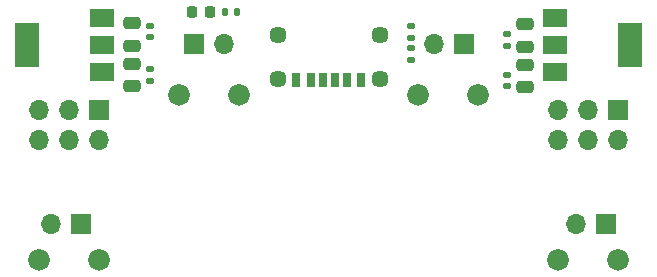
<source format=gbr>
%TF.GenerationSoftware,KiCad,Pcbnew,7.0.5-0*%
%TF.CreationDate,2023-06-08T12:51:59-06:00*%
%TF.ProjectId,Breadboard Power Supply,42726561-6462-46f6-9172-6420506f7765,v9*%
%TF.SameCoordinates,Original*%
%TF.FileFunction,Soldermask,Top*%
%TF.FilePolarity,Negative*%
%FSLAX46Y46*%
G04 Gerber Fmt 4.6, Leading zero omitted, Abs format (unit mm)*
G04 Created by KiCad (PCBNEW 7.0.5-0) date 2023-06-08 12:51:59*
%MOMM*%
%LPD*%
G01*
G04 APERTURE LIST*
G04 Aperture macros list*
%AMRoundRect*
0 Rectangle with rounded corners*
0 $1 Rounding radius*
0 $2 $3 $4 $5 $6 $7 $8 $9 X,Y pos of 4 corners*
0 Add a 4 corners polygon primitive as box body*
4,1,4,$2,$3,$4,$5,$6,$7,$8,$9,$2,$3,0*
0 Add four circle primitives for the rounded corners*
1,1,$1+$1,$2,$3*
1,1,$1+$1,$4,$5*
1,1,$1+$1,$6,$7*
1,1,$1+$1,$8,$9*
0 Add four rect primitives between the rounded corners*
20,1,$1+$1,$2,$3,$4,$5,0*
20,1,$1+$1,$4,$5,$6,$7,0*
20,1,$1+$1,$6,$7,$8,$9,0*
20,1,$1+$1,$8,$9,$2,$3,0*%
G04 Aperture macros list end*
%ADD10RoundRect,0.218750X0.218750X0.256250X-0.218750X0.256250X-0.218750X-0.256250X0.218750X-0.256250X0*%
%ADD11RoundRect,0.250000X0.475000X-0.250000X0.475000X0.250000X-0.475000X0.250000X-0.475000X-0.250000X0*%
%ADD12C,1.830000*%
%ADD13RoundRect,0.135000X-0.135000X-0.185000X0.135000X-0.185000X0.135000X0.185000X-0.135000X0.185000X0*%
%ADD14R,1.700000X1.700000*%
%ADD15O,1.700000X1.700000*%
%ADD16RoundRect,0.140000X-0.170000X0.140000X-0.170000X-0.140000X0.170000X-0.140000X0.170000X0.140000X0*%
%ADD17RoundRect,0.140000X0.170000X-0.140000X0.170000X0.140000X-0.170000X0.140000X-0.170000X-0.140000X0*%
%ADD18RoundRect,0.135000X-0.185000X0.135000X-0.185000X-0.135000X0.185000X-0.135000X0.185000X0.135000X0*%
%ADD19RoundRect,0.250000X-0.475000X0.250000X-0.475000X-0.250000X0.475000X-0.250000X0.475000X0.250000X0*%
%ADD20RoundRect,0.135000X0.185000X-0.135000X0.185000X0.135000X-0.185000X0.135000X-0.185000X-0.135000X0*%
%ADD21R,0.700000X1.200000*%
%ADD22R,0.760000X1.200000*%
%ADD23R,0.800000X1.200000*%
%ADD24C,1.450000*%
%ADD25R,2.000000X1.500000*%
%ADD26R,2.000000X3.800000*%
G04 APERTURE END LIST*
D10*
%TO.C,D3*%
X118262500Y-76073000D03*
X116687500Y-76073000D03*
%TD*%
D11*
%TO.C,C5*%
X144907000Y-78989000D03*
X144907000Y-77089000D03*
%TD*%
D12*
%TO.C,TP3*%
X135860000Y-83058000D03*
X140940000Y-83058000D03*
%TD*%
D13*
%TO.C,R3*%
X119505000Y-76073000D03*
X120525000Y-76073000D03*
%TD*%
D14*
%TO.C,J2*%
X152766000Y-84328000D03*
D15*
X152766000Y-86868000D03*
X150226000Y-84328000D03*
X150226000Y-86868000D03*
X147686000Y-84328000D03*
X147686000Y-86868000D03*
%TD*%
D16*
%TO.C,C8*%
X113157000Y-80927000D03*
X113157000Y-81887000D03*
%TD*%
D17*
%TO.C,C7*%
X143383000Y-78900000D03*
X143383000Y-77940000D03*
%TD*%
D12*
%TO.C,TP2*%
X120680000Y-83062000D03*
X115600000Y-83062000D03*
%TD*%
D18*
%TO.C,R2*%
X135255000Y-79119000D03*
X135255000Y-80139000D03*
%TD*%
D16*
%TO.C,C2*%
X113153000Y-77244000D03*
X113153000Y-78204000D03*
%TD*%
D19*
%TO.C,C4*%
X111633000Y-77028000D03*
X111633000Y-78928000D03*
%TD*%
D11*
%TO.C,C3*%
X144907000Y-82418000D03*
X144907000Y-80518000D03*
%TD*%
D17*
%TO.C,C1*%
X143383000Y-82329000D03*
X143383000Y-81369000D03*
%TD*%
D20*
%TO.C,R1*%
X135255000Y-78234000D03*
X135255000Y-77214000D03*
%TD*%
D21*
%TO.C,J1*%
X128772000Y-81858000D03*
D22*
X126752000Y-81858000D03*
D23*
X125522000Y-81858000D03*
D21*
X127772000Y-81858000D03*
D22*
X129792000Y-81858000D03*
D23*
X131022000Y-81858000D03*
D24*
X132592000Y-77978000D03*
X123952000Y-77978000D03*
X132592000Y-81778000D03*
X123952000Y-81778000D03*
%TD*%
D14*
%TO.C,J3*%
X108824000Y-84328000D03*
D15*
X108824000Y-86868000D03*
X106284000Y-84328000D03*
X106284000Y-86868000D03*
X103744000Y-84328000D03*
X103744000Y-86868000D03*
%TD*%
D25*
%TO.C,U2*%
X147472000Y-76567000D03*
X147472000Y-78867000D03*
D26*
X153772000Y-78867000D03*
D25*
X147472000Y-81167000D03*
%TD*%
D12*
%TO.C,TP1*%
X103729000Y-97026000D03*
X108809000Y-97026000D03*
%TD*%
%TO.C,TP4*%
X147671000Y-97026000D03*
X152751000Y-97026000D03*
%TD*%
D25*
%TO.C,U1*%
X109068000Y-81167000D03*
X109068000Y-78867000D03*
D26*
X102768000Y-78867000D03*
D25*
X109068000Y-76567000D03*
%TD*%
D19*
%TO.C,C6*%
X111633000Y-80457000D03*
X111633000Y-82357000D03*
%TD*%
D14*
%TO.C,J10*%
X116840000Y-78740000D03*
D15*
X119380000Y-78740000D03*
%TD*%
D14*
%TO.C,J8*%
X151765000Y-93980000D03*
D15*
X149225000Y-93980000D03*
%TD*%
D14*
%TO.C,J11*%
X139700000Y-78740000D03*
D15*
X137160000Y-78740000D03*
%TD*%
D14*
%TO.C,J9*%
X107315000Y-93980000D03*
D15*
X104775000Y-93980000D03*
%TD*%
M02*

</source>
